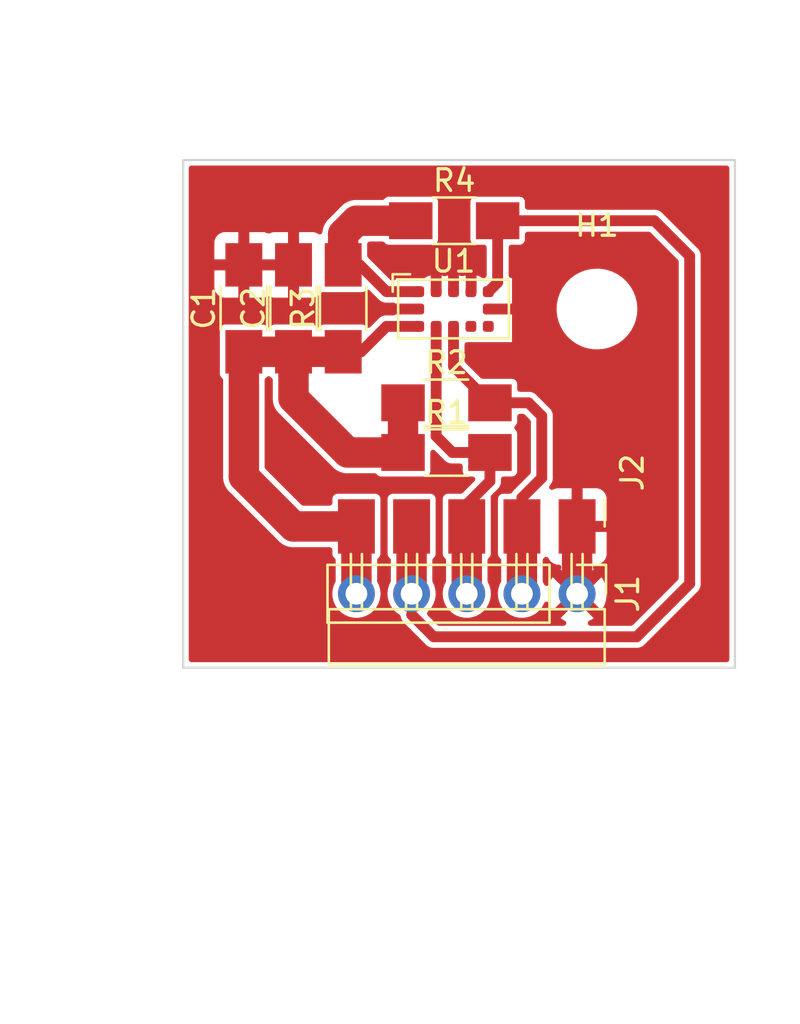
<source format=kicad_pcb>
(kicad_pcb (version 20211014) (generator pcbnew)
  (layers (0 "F.Cu" signal) (31 "B.Cu" signal) (34 "B.Paste" user) (35 "F.Paste" user) (36 "B.SilkS" user "B.Silkscreen") (37 "F.SilkS" user "F.Silkscreen") (38 "B.Mask" user) (39 "F.Mask" user) (44 "Edge.Cuts" user))
  (net 0 "")
  (net 1 "+3V3")
  (net 2 "GND")
  (net 3 "SDA")
  (net 4 "SCL")
  (net 5 "XSHUT")
  (footprint "fab:PinHeader_1x05_P2.54mm_Vertical_THT_D1mm" (layer "F.Cu") (at 75.2856 88.5444 -90)
    (fp_text reference "J1" (at 0 -2.33 -90) (layer "F.SilkS"))
    (fp_text value "Conn_PinHeader_1x05_P2.54mm_Vertical_THT_D1mm")
    (fp_line (start -1.33 1.27) (end 1.33 1.27) (layer "F.SilkS") (width 0.12))
    (fp_line (start -1.33 -1.33) (end 0 -1.33) (layer "F.SilkS") (width 0.12))
    (fp_line (start 1.33 1.27) (end 1.33 11.49) (layer "F.SilkS") (width 0.12))
    (fp_line (start -1.33 1.27) (end -1.33 11.49) (layer "F.SilkS") (width 0.12))
    (fp_line (start -1.33 0) (end -1.33 -1.33) (layer "F.SilkS") (width 0.12))
    (fp_line (start -1.33 11.49) (end 1.33 11.49) (layer "F.SilkS") (width 0.12))
    (pad "1" thru_hole circle locked (at 0 0 270) (size 1.7 1.7) (drill 1) (layers *.Cu *.Mask) (net 2 "GND"))
    (pad "2" thru_hole oval locked (at 0 2.54 270) (size 1.7 1.7) (drill 1) (layers *.Cu *.Mask) (net 3 "SDA"))
    (pad "3" thru_hole oval locked (at 0 5.08 270) (size 1.7 1.7) (drill 1) (layers *.Cu *.Mask) (net 4 "SCL"))
    (pad "4" thru_hole oval locked (at 0 7.62 270) (size 1.7 1.7) (drill 1) (layers *.Cu *.Mask) (net 5 "XSHUT"))
    (pad "5" thru_hole oval locked (at 0 10.16 270) (size 1.7 1.7) (drill 1) (layers *.Cu *.Mask) (net 1 "+3V3"))
  )
  (footprint "fab:R_1206" (layer "F.Cu") (at 64.516 75.406 90)
    (fp_text reference "R3" (at 0 -1.85 90) (layer "F.SilkS"))
    (fp_text value "0")
    (fp_line (start 1 1.07) (end -1 1.07) (layer "F.SilkS") (width 0.12))
    (fp_line (start -1 -1.07) (end 1 -1.07) (layer "F.SilkS") (width 0.12))
    (pad "1" smd rect locked (at -2 0 90) (size 2 1.7) (layers "F.Cu" "F.Paste" "F.Mask") (net 1 "+3V3"))
    (pad "2" smd rect locked (at 2 0 90) (size 2 1.7) (layers "F.Cu" "F.Paste" "F.Mask") (net 1 "+3V3"))
  )
  (footprint "fab:R_1206" (layer "F.Cu") (at 69.2724 82.042)
    (fp_text reference "R1" (at 0 -1.85) (layer "F.SilkS"))
    (fp_text value "10k")
    (fp_line (start -1 -1.07) (end 1 -1.07) (layer "F.SilkS") (width 0.12))
    (fp_line (start 1 1.07) (end -1 1.07) (layer "F.SilkS") (width 0.12))
    (pad "1" smd rect locked (at -2 0) (size 2 1.7) (layers "F.Cu" "F.Paste" "F.Mask") (net 1 "+3V3"))
    (pad "2" smd rect locked (at 2 0) (size 2 1.7) (layers "F.Cu" "F.Paste" "F.Mask") (net 4 "SCL"))
  )
  (footprint "fab:R_1206" (layer "F.Cu") (at 69.2724 79.756)
    (fp_text reference "R2" (at 0 -1.85) (layer "F.SilkS"))
    (fp_text value "10k")
    (fp_line (start -1 -1.07) (end 1 -1.07) (layer "F.SilkS") (width 0.12))
    (fp_line (start 1 1.07) (end -1 1.07) (layer "F.SilkS") (width 0.12))
    (pad "1" smd rect locked (at -2 0) (size 2 1.7) (layers "F.Cu" "F.Paste" "F.Mask") (net 1 "+3V3"))
    (pad "2" smd rect locked (at 2 0) (size 2 1.7) (layers "F.Cu" "F.Paste" "F.Mask") (net 3 "SDA"))
  )
  (footprint "Sensor_Distance:ST_VL53L1x" (layer "F.Cu") (at 69.596 75.438)
    (fp_text reference "U1" (at 0 -2.2) (layer "F.SilkS"))
    (fp_text value "VL53L1CXV0FY1")
    (fp_line (start 2.55 -1.35) (end -2.55 -1.35) (layer "F.SilkS") (width 0.12))
    (fp_line (start -2.8 -0.8) (end -2.8 -1.6) (layer "F.SilkS") (width 0.12))
    (fp_line (start -2.55 1.35) (end 2.55 1.35) (layer "F.SilkS") (width 0.12))
    (fp_line (start 2.55 1.35) (end 2.55 -1.35) (layer "F.SilkS") (width 0.12))
    (fp_line (start -2.55 -1.35) (end -2.55 1.35) (layer "F.SilkS") (width 0.12))
    (fp_line (start -2.8 -1.6) (end -2 -1.6) (layer "F.SilkS") (width 0.12))
    (pad "1" smd roundrect (at -1.6 -0.8) (size 0.5 0.5) (layers "F.Cu" "F.Paste" "F.Mask") (net 1 "+3V3"))
    (pad "1" smd roundrect (at -1.74 -0.675) (size 0.38 0.25) (layers "F.Cu" "F.Paste" "F.Mask") (net 1 "+3V3"))
    (pad "2" smd roundrect (at -0.8 -0.8) (size 0.5 0.5) (layers "F.Cu" "F.Paste" "F.Mask") (net 2 "GND"))
    (pad "3" smd roundrect (at 0 -0.8) (size 0.5 0.5) (layers "F.Cu" "F.Paste" "F.Mask") (net 2 "GND"))
    (pad "4" smd roundrect (at 0.8 -0.8) (size 0.5 0.5) (layers "F.Cu" "F.Paste" "F.Mask") (net 2 "GND"))
    (pad "5" smd roundrect (at 1.6 -0.8) (size 0.5 0.5) (layers "F.Cu" "F.Paste" "F.Mask") (net 5 "XSHUT"))
    (pad "6" smd roundrect (at 1.6 0) (size 0.5 0.5) (layers "F.Cu" "F.Paste" "F.Mask") (net 2 "GND"))
    (pad "7" smd roundrect (at 1.6 0.8) (size 0.5 0.5) (layers "F.Cu" "F.Paste" "F.Mask"))
    (pad "8" smd roundrect (at 0.8 0.8) (size 0.5 0.5) (layers "F.Cu" "F.Paste" "F.Mask"))
    (pad "9" smd roundrect (at 0 0.8) (size 0.5 0.5) (layers "F.Cu" "F.Paste" "F.Mask") (net 3 "SDA"))
    (pad "10" smd roundrect (at -0.8 0.8) (size 0.5 0.5) (layers "F.Cu" "F.Paste" "F.Mask") (net 4 "SCL"))
    (pad "11" smd roundrect (at -1.6 0.8) (size 0.5 0.5) (layers "F.Cu" "F.Paste" "F.Mask") (net 1 "+3V3"))
    (pad "12" smd roundrect (at -1.6 0) (size 0.5 0.5) (layers "F.Cu" "F.Paste" "F.Mask") (net 2 "GND"))
  )
  (footprint "fab:PinHeader_1x05_P2.54mm_Horizontal_SMD" (layer "F.Cu") (at 75.2856 85.4456 -90)
    (fp_text reference "J2" (at -1.524 -2.54 90) (layer "F.SilkS") (effects (justify left)))
    (fp_text value "Conn_PinHeader_1x05_P2.54mm_Horizontal_SMD")
    (fp_line (start 6.35 11.43) (end 3.81 11.43) (layer "F.SilkS") (width 0.12))
    (fp_line (start 3.81 -0.254) (end 1.27 -0.254) (layer "F.SilkS") (width 0.12))
    (fp_line (start 3.81 10.414) (end 1.27 10.414) (layer "F.SilkS") (width 0.12))
    (fp_line (start 3.81 0.254) (end 1.27 0.254) (layer "F.SilkS") (width 0.12))
    (fp_line (start 3.81 5.334) (end 1.27 5.334) (layer "F.SilkS") (width 0.12))
    (fp_line (start 3.81 7.874) (end 1.27 7.874) (layer "F.SilkS") (width 0.12))
    (fp_line (start 6.35 -1.27) (end 6.35 11.43) (layer "F.SilkS") (width 0.12))
    (fp_line (start 3.81 7.366) (end 1.27 7.366) (layer "F.SilkS") (width 0.12))
    (fp_line (start 3.81 2.794) (end 1.27 2.794) (layer "F.SilkS") (width 0.12))
    (fp_line (start -1.27 -1.27) (end 0 -1.27) (layer "F.SilkS") (width 0.12))
    (fp_line (start 3.81 9.906) (end 1.27 9.906) (layer "F.SilkS") (width 0.12))
    (fp_line (start 3.81 -1.27) (end 6.35 -1.27) (layer "F.SilkS") (width 0.12))
    (fp_line (start 3.81 4.826) (end 1.27 4.826) (layer "F.SilkS") (width 0.12))
    (fp_line (start 3.81 11.43) (end 3.81 -1.27) (layer "F.SilkS") (width 0.12))
    (fp_line (start 3.81 2.286) (end 1.27 2.286) (layer "F.SilkS") (width 0.12))
    (pad "1" smd rect locked (at 0 0 270) (size 2.5 1.7) (layers "F.Cu" "F.Paste" "F.Mask") (net 2 "GND"))
    (pad "2" smd rect locked (at 0 2.54 270) (size 2.5 1.7) (layers "F.Cu" "F.Paste" "F.Mask") (net 3 "SDA"))
    (pad "3" smd rect locked (at 0 5.08 270) (size 2.5 1.7) (layers "F.Cu" "F.Paste" "F.Mask") (net 4 "SCL"))
    (pad "4" smd rect locked (at 0 7.62 270) (size 2.5 1.7) (layers "F.Cu" "F.Paste" "F.Mask") (net 5 "XSHUT"))
    (pad "5" smd rect locked (at 0 10.16 270) (size 2.5 1.7) (layers "F.Cu" "F.Paste" "F.Mask") (net 1 "+3V3"))
  )
  (footprint "fab:R_1206" (layer "F.Cu") (at 69.628 71.374)
    (fp_text reference "R4" (at 0 -1.85) (layer "F.SilkS"))
    (fp_text value "10k")
    (fp_line (start -1 -1.07) (end 1 -1.07) (layer "F.SilkS") (width 0.12))
    (fp_line (start 1 1.07) (end -1 1.07) (layer "F.SilkS") (width 0.12))
    (pad "1" smd rect locked (at -2 0) (size 2 1.7) (layers "F.Cu" "F.Paste" "F.Mask") (net 1 "+3V3"))
    (pad "2" smd rect locked (at 2 0) (size 2 1.7) (layers "F.Cu" "F.Paste" "F.Mask") (net 5 "XSHUT"))
  )
  (footprint "fab:C_1206" (layer "F.Cu") (at 62.23 75.406 90)
    (fp_text reference "C2" (at 0 -1.85 90) (layer "F.SilkS"))
    (fp_text value "100nF")
    (fp_line (start -1 -1.07) (end 1 -1.07) (layer "F.SilkS") (width 0.12))
    (fp_line (start 1 1.07) (end -1 1.07) (layer "F.SilkS") (width 0.12))
    (pad "1" smd rect (at -2 0 90) (size 2 1.7) (layers "F.Cu" "F.Paste" "F.Mask") (net 1 "+3V3"))
    (pad "2" smd rect (at 2 0 90) (size 2 1.7) (layers "F.Cu" "F.Paste" "F.Mask") (net 2 "GND"))
  )
  (footprint "MountingHole:MountingHole_3.2mm_M3_ISO7380" (layer "F.Cu") (at 76.2 75.438)
    (fp_text reference "H1" (at 0 -3.85) (layer "F.SilkS"))
    (fp_text value "MountingHole")
    (pad "" np_thru_hole circle (at 0 0) (size 3.2 3.2) (drill 3.2) (layers *.Cu *.Mask))
  )
  (footprint "fab:C_1206" (layer "F.Cu") (at 59.944 75.406 90)
    (fp_text reference "C1" (at 0 -1.85 90) (layer "F.SilkS"))
    (fp_text value "1uF")
    (fp_line (start -1 -1.07) (end 1 -1.07) (layer "F.SilkS") (width 0.12))
    (fp_line (start 1 1.07) (end -1 1.07) (layer "F.SilkS") (width 0.12))
    (pad "1" smd rect (at -2 0 90) (size 2 1.7) (layers "F.Cu" "F.Paste" "F.Mask") (net 1 "+3V3"))
    (pad "2" smd rect (at 2 0 90) (size 2 1.7) (layers "F.Cu" "F.Paste" "F.Mask") (net 2 "GND"))
  )
  (gr_line (start 82.55 68.58) (end 82.55 91.948) (layer "Edge.Cuts") (width 0.1))
  (gr_line (start 57.15 68.58) (end 82.55 68.58) (layer "Edge.Cuts") (width 0.1))
  (gr_line (start 57.15 91.948) (end 57.15 68.58) (layer "Edge.Cuts") (width 0.1))
  (gr_line (start 82.55 91.948) (end 57.15 91.948) (layer "Edge.Cuts") (width 0.1))
  (segment (start 59.944 77.406) (end 62.23 77.406) (width 1.4) (layer "F.Cu") (net 1))
  (segment (start 66.51 74.638) (end 65.278 73.406) (width 0.5) (layer "F.Cu") (net 1))
  (segment (start 64.7192 82.042) (end 62.23 79.5528) (width 1.4) (layer "F.Cu") (net 1))
  (segment (start 65.1256 71.374) (end 67.628 71.374) (width 1.4) (layer "F.Cu") (net 1))
  (segment (start 64.516 73.406) (end 64.516 71.9836) (width 1.4) (layer "F.Cu") (net 1))
  (segment (start 62.23 79.5528) (end 62.23 77.406) (width 1.4) (layer "F.Cu") (net 1))
  (segment (start 62.23 85.4456) (end 59.944 83.1596) (width 1.4) (layer "F.Cu") (net 1))
  (segment (start 59.944 83.1596) (end 59.944 77.406) (width 1.4) (layer "F.Cu") (net 1))
  (segment (start 67.2724 82.042) (end 64.7192 82.042) (width 1.4) (layer "F.Cu") (net 1))
  (segment (start 66.51 76.238) (end 67.996 76.238) (width 0.5) (layer "F.Cu") (net 1))
  (segment (start 67.2724 82.042) (end 67.2724 79.756) (width 1.4) (layer "F.Cu") (net 1))
  (segment (start 67.996 74.638) (end 66.51 74.638) (width 0.5) (layer "F.Cu") (net 1))
  (segment (start 64.516 71.9836) (end 65.1256 71.374) (width 1.4) (layer "F.Cu") (net 1))
  (segment (start 65.1256 88.5444) (end 65.1256 85.4456) (width 1.4) (layer "F.Cu") (net 1))
  (segment (start 65.1256 85.4456) (end 62.23 85.4456) (width 1.4) (layer "F.Cu") (net 1))
  (segment (start 65.342 77.406) (end 66.51 76.238) (width 0.5) (layer "F.Cu") (net 1))
  (segment (start 65.278 73.406) (end 64.516 73.406) (width 0.5) (layer "F.Cu") (net 1))
  (segment (start 64.516 77.406) (end 65.342 77.406) (width 0.5) (layer "F.Cu") (net 1))
  (segment (start 62.23 77.406) (end 64.516 77.406) (width 1.4) (layer "F.Cu") (net 1))
  (segment (start 68.796 73.2664) (end 68.7832 73.2536) (width 0.5) (layer "F.Cu") (net 2))
  (segment (start 72.5932 75.438) (end 72.644 75.3872) (width 0.5) (layer "F.Cu") (net 2))
  (segment (start 75.2856 88.5444) (end 75.2856 85.4456) (width 1.4) (layer "F.Cu") (net 2))
  (segment (start 71.196 75.438) (end 72.5932 75.438) (width 0.5) (layer "F.Cu") (net 2))
  (segment (start 69.596 74.638) (end 69.596 73.3552) (width 0.5) (layer "F.Cu") (net 2))
  (segment (start 70.4088 74.6252) (end 70.4088 73.3044) (width 0.5) (layer "F.Cu") (net 2))
  (segment (start 67.996 75.438) (end 66.4464 75.438) (width 0.5) (layer "F.Cu") (net 2))
  (segment (start 68.796 74.638) (end 68.796 73.2664) (width 0.5) (layer "F.Cu") (net 2))
  (segment (start 70.396 74.638) (end 70.4088 74.6252) (width 0.5) (layer "F.Cu") (net 2))
  (segment (start 69.596 78.0796) (end 69.596 76.238) (width 0.5) (layer "F.Cu") (net 3))
  (segment (start 73.66 83.2104) (end 73.66 80.3656) (width 0.5) (layer "F.Cu") (net 3))
  (segment (start 73.0504 79.756) (end 71.2724 79.756) (width 0.5) (layer "F.Cu") (net 3))
  (segment (start 72.7456 88.5444) (end 72.7456 85.4456) (width 1.4) (layer "F.Cu") (net 3))
  (segment (start 71.2724 79.756) (end 69.596 78.0796) (width 0.5) (layer "F.Cu") (net 3))
  (segment (start 73.66 80.3656) (end 73.0504 79.756) (width 0.5) (layer "F.Cu") (net 3))
  (segment (start 72.7456 85.4456) (end 72.7456 84.1248) (width 0.5) (layer "F.Cu") (net 3))
  (segment (start 72.7456 84.1248) (end 73.66 83.2104) (width 0.5) (layer "F.Cu") (net 3))
  (segment (start 70.2056 88.5444) (end 70.2056 85.4456) (width 1.4) (layer "F.Cu") (net 4))
  (segment (start 71.2724 83.3628) (end 71.2724 82.042) (width 0.5) (layer "F.Cu") (net 4))
  (segment (start 70.2056 85.4456) (end 70.2056 84.4296) (width 0.5) (layer "F.Cu") (net 4))
  (segment (start 71.2724 82.042) (end 69.5452 82.042) (width 0.5) (layer "F.Cu") (net 4))
  (segment (start 68.796 81.2928) (end 68.796 76.238) (width 0.5) (layer "F.Cu") (net 4))
  (segment (start 69.5452 82.042) (end 68.796 81.2928) (width 0.5) (layer "F.Cu") (net 4))
  (segment (start 70.2056 84.4296) (end 71.2724 83.3628) (width 0.5) (layer "F.Cu") (net 4))
  (segment (start 71.2088 74.638) (end 71.628 74.2188) (width 0.5) (layer "F.Cu") (net 5))
  (segment (start 71.628 74.2188) (end 71.628 71.374) (width 0.5) (layer "F.Cu") (net 5))
  (segment (start 80.4672 88.0872) (end 80.4672 72.9996) (width 0.5) (layer "F.Cu") (net 5))
  (segment (start 80.4672 72.9996) (end 78.8416 71.374) (width 0.5) (layer "F.Cu") (net 5))
  (segment (start 71.196 74.638) (end 71.2088 74.638) (width 0.5) (layer "F.Cu") (net 5))
  (segment (start 78.8416 71.374) (end 71.628 71.374) (width 0.5) (layer "F.Cu") (net 5))
  (segment (start 67.6656 88.5444) (end 67.6656 85.4456) (width 1.4) (layer "F.Cu") (net 5))
  (segment (start 78.0288 90.5256) (end 80.4672 88.0872) (width 0.5) (layer "F.Cu") (net 5))
  (segment (start 67.6656 89.5096) (end 68.6816 90.5256) (width 0.5) (layer "F.Cu") (net 5))
  (segment (start 68.6816 90.5256) (end 78.0288 90.5256) (width 0.5) (layer "F.Cu") (net 5))
  (zone (net 2) (net_name "GND") (layer "F.Cu") (connect_pads (clearance 0.254)) (min_thickness 0.254) (fill yes (thermal_gap 0.508) (thermal_bridge_width 0.508))
    (polygon (pts (xy 85.5472 98.8568) (xy 48.7172 98.8568) (xy 48.7172 61.214) (xy 85.5472 61.214)))
  )
  (zone (net 0) (net_name "") (layer "F.Cu") (connect_pads (clearance 0)) (min_thickness 0.254)
    (keepout (tracks allowed) (vias allowed) (pads allowed) (copperpour not_allowed) (footprints allowed))
    (fill (thermal_gap 0.508) (thermal_bridge_width 0.508))
    (polygon (pts (xy 72.2884 76.962) (xy 66.9544 76.962) (xy 66.9544 74.0156) (xy 72.2884 74.0156)))
  )
)
</source>
